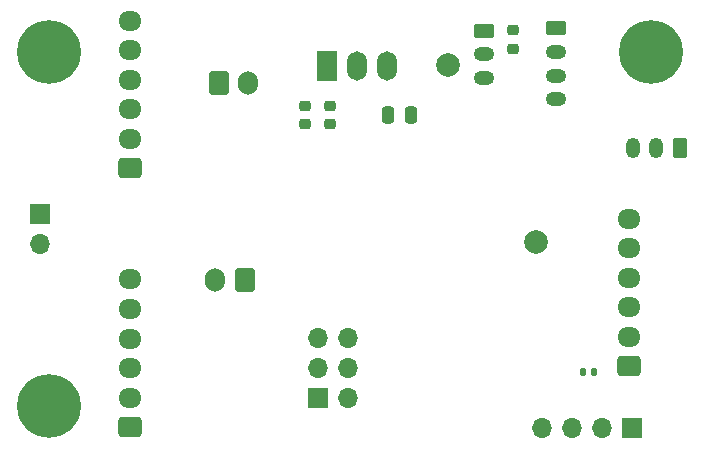
<source format=gbs>
%TF.GenerationSoftware,KiCad,Pcbnew,9.0.0*%
%TF.CreationDate,2025-04-03T16:38:41+02:00*%
%TF.ProjectId,PCB_projetV2,5043425f-7072-46f6-9a65-7456322e6b69,03/04/2025*%
%TF.SameCoordinates,Original*%
%TF.FileFunction,Soldermask,Bot*%
%TF.FilePolarity,Negative*%
%FSLAX46Y46*%
G04 Gerber Fmt 4.6, Leading zero omitted, Abs format (unit mm)*
G04 Created by KiCad (PCBNEW 9.0.0) date 2025-04-03 16:38:41*
%MOMM*%
%LPD*%
G01*
G04 APERTURE LIST*
G04 Aperture macros list*
%AMRoundRect*
0 Rectangle with rounded corners*
0 $1 Rounding radius*
0 $2 $3 $4 $5 $6 $7 $8 $9 X,Y pos of 4 corners*
0 Add a 4 corners polygon primitive as box body*
4,1,4,$2,$3,$4,$5,$6,$7,$8,$9,$2,$3,0*
0 Add four circle primitives for the rounded corners*
1,1,$1+$1,$2,$3*
1,1,$1+$1,$4,$5*
1,1,$1+$1,$6,$7*
1,1,$1+$1,$8,$9*
0 Add four rect primitives between the rounded corners*
20,1,$1+$1,$2,$3,$4,$5,0*
20,1,$1+$1,$4,$5,$6,$7,0*
20,1,$1+$1,$6,$7,$8,$9,0*
20,1,$1+$1,$8,$9,$2,$3,0*%
G04 Aperture macros list end*
%ADD10R,1.700000X1.700000*%
%ADD11O,1.700000X1.700000*%
%ADD12C,5.400000*%
%ADD13RoundRect,0.250000X0.725000X-0.600000X0.725000X0.600000X-0.725000X0.600000X-0.725000X-0.600000X0*%
%ADD14O,1.950000X1.700000*%
%ADD15RoundRect,0.250000X-0.625000X0.350000X-0.625000X-0.350000X0.625000X-0.350000X0.625000X0.350000X0*%
%ADD16O,1.750000X1.200000*%
%ADD17RoundRect,0.250000X0.350000X0.625000X-0.350000X0.625000X-0.350000X-0.625000X0.350000X-0.625000X0*%
%ADD18O,1.200000X1.750000*%
%ADD19RoundRect,0.225000X-0.250000X0.225000X-0.250000X-0.225000X0.250000X-0.225000X0.250000X0.225000X0*%
%ADD20RoundRect,0.140000X0.140000X0.170000X-0.140000X0.170000X-0.140000X-0.170000X0.140000X-0.170000X0*%
%ADD21RoundRect,0.250000X-0.250000X-0.475000X0.250000X-0.475000X0.250000X0.475000X-0.250000X0.475000X0*%
%ADD22RoundRect,0.250000X0.600000X0.750000X-0.600000X0.750000X-0.600000X-0.750000X0.600000X-0.750000X0*%
%ADD23O,1.700000X2.000000*%
%ADD24C,2.000000*%
%ADD25RoundRect,0.250000X-0.600000X-0.750000X0.600000X-0.750000X0.600000X0.750000X-0.600000X0.750000X0*%
%ADD26RoundRect,0.225000X0.250000X-0.225000X0.250000X0.225000X-0.250000X0.225000X-0.250000X-0.225000X0*%
%ADD27R,1.700000X2.500000*%
%ADD28O,1.700000X2.500000*%
G04 APERTURE END LIST*
D10*
X148810000Y-109325000D03*
D11*
X151350000Y-109325000D03*
X148810000Y-106785000D03*
X151350000Y-106785000D03*
X148810000Y-104245000D03*
X151350000Y-104245000D03*
D12*
X126000000Y-80000000D03*
D13*
X175125000Y-106600000D03*
D14*
X175125000Y-104100000D03*
X175125000Y-101600000D03*
X175125000Y-99100000D03*
X175125000Y-96600000D03*
X175125000Y-94100000D03*
D15*
X162900000Y-78200000D03*
D16*
X162900000Y-80200000D03*
X162900000Y-82200000D03*
D10*
X175400000Y-111800000D03*
D11*
X172860000Y-111800000D03*
X170320000Y-111800000D03*
X167780000Y-111800000D03*
D17*
X179450000Y-88125000D03*
D18*
X177450000Y-88125000D03*
X175450000Y-88125000D03*
D12*
X126000000Y-110000000D03*
X177000000Y-80000000D03*
D15*
X168950000Y-78000000D03*
D16*
X168950000Y-80000000D03*
X168950000Y-82000000D03*
X168950000Y-84000000D03*
D19*
X149800000Y-84525000D03*
X149800000Y-86075000D03*
D20*
X172160000Y-107090000D03*
X171200000Y-107090000D03*
D19*
X147700000Y-84525000D03*
X147700000Y-86075000D03*
D13*
X132925000Y-89850000D03*
D14*
X132925000Y-87350000D03*
X132925000Y-84850000D03*
X132925000Y-82350000D03*
X132925000Y-79850000D03*
X132925000Y-77350000D03*
D21*
X154750000Y-85300000D03*
X156650000Y-85300000D03*
D10*
X125300000Y-93725000D03*
D11*
X125300000Y-96265000D03*
D22*
X142600000Y-99275000D03*
D23*
X140100000Y-99275000D03*
D24*
X167275000Y-96075000D03*
D13*
X132925000Y-111750000D03*
D14*
X132925000Y-109250000D03*
X132925000Y-106750000D03*
X132925000Y-104250000D03*
X132925000Y-101750000D03*
X132925000Y-99250000D03*
D24*
X159800000Y-81100000D03*
D25*
X140400000Y-82600000D03*
D23*
X142900000Y-82600000D03*
D26*
X165340000Y-79715000D03*
X165340000Y-78165000D03*
D27*
X149602500Y-81207500D03*
D28*
X152142500Y-81207500D03*
X154682500Y-81207500D03*
M02*

</source>
